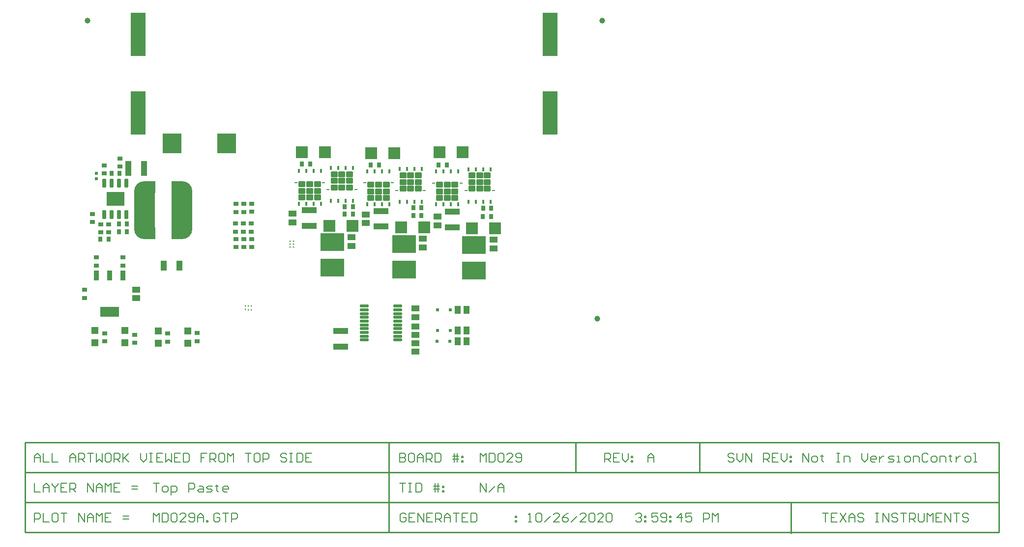
<source format=gtp>
G04*
G04 #@! TF.GenerationSoftware,Altium Limited,Altium Designer,18.1.9 (240)*
G04*
G04 Layer_Color=9021481*
%FSAX44Y44*%
%MOMM*%
G71*
G01*
G75*
%ADD15C,0.2032*%
%ADD16C,0.2540*%
G04:AMPARAMS|DCode=24|XSize=0.25mm|YSize=0.555mm|CornerRadius=0.05mm|HoleSize=0mm|Usage=FLASHONLY|Rotation=90.000|XOffset=0mm|YOffset=0mm|HoleType=Round|Shape=RoundedRectangle|*
%AMROUNDEDRECTD24*
21,1,0.2500,0.4550,0,0,90.0*
21,1,0.1500,0.5550,0,0,90.0*
1,1,0.1000,0.2275,0.0750*
1,1,0.1000,0.2275,-0.0750*
1,1,0.1000,-0.2275,-0.0750*
1,1,0.1000,-0.2275,0.0750*
%
%ADD24ROUNDEDRECTD24*%
G04:AMPARAMS|DCode=25|XSize=0.95mm|YSize=1.13mm|CornerRadius=0.0522mm|HoleSize=0mm|Usage=FLASHONLY|Rotation=90.000|XOffset=0mm|YOffset=0mm|HoleType=Round|Shape=RoundedRectangle|*
%AMROUNDEDRECTD25*
21,1,0.9500,1.0255,0,0,90.0*
21,1,0.8455,1.1300,0,0,90.0*
1,1,0.1045,0.5128,0.4228*
1,1,0.1045,0.5128,-0.4228*
1,1,0.1045,-0.5128,-0.4228*
1,1,0.1045,-0.5128,0.4228*
%
%ADD25ROUNDEDRECTD25*%
G04:AMPARAMS|DCode=26|XSize=2.4mm|YSize=3.1mm|CornerRadius=0.048mm|HoleSize=0mm|Usage=FLASHONLY|Rotation=270.000|XOffset=0mm|YOffset=0mm|HoleType=Round|Shape=RoundedRectangle|*
%AMROUNDEDRECTD26*
21,1,2.4000,3.0040,0,0,270.0*
21,1,2.3040,3.1000,0,0,270.0*
1,1,0.0960,-1.5020,-1.1520*
1,1,0.0960,-1.5020,1.1520*
1,1,0.0960,1.5020,1.1520*
1,1,0.0960,1.5020,-1.1520*
%
%ADD26ROUNDEDRECTD26*%
%ADD27R,0.5000X0.5000*%
%ADD28R,2.0000X2.0000*%
%ADD29R,2.5000X7.5000*%
%ADD30R,2.0000X2.0000*%
%ADD31O,3.6000X10.0000*%
G04:AMPARAMS|DCode=32|XSize=1.5mm|YSize=0.45mm|CornerRadius=0.0495mm|HoleSize=0mm|Usage=FLASHONLY|Rotation=0.000|XOffset=0mm|YOffset=0mm|HoleType=Round|Shape=RoundedRectangle|*
%AMROUNDEDRECTD32*
21,1,1.5000,0.3510,0,0,0.0*
21,1,1.4010,0.4500,0,0,0.0*
1,1,0.0990,0.7005,-0.1755*
1,1,0.0990,-0.7005,-0.1755*
1,1,0.0990,-0.7005,0.1755*
1,1,0.0990,0.7005,0.1755*
%
%ADD32ROUNDEDRECTD32*%
%ADD33R,1.2000X1.2000*%
G04:AMPARAMS|DCode=34|XSize=3.25mm|YSize=3.43mm|CornerRadius=0.0488mm|HoleSize=0mm|Usage=FLASHONLY|Rotation=0.000|XOffset=0mm|YOffset=0mm|HoleType=Round|Shape=RoundedRectangle|*
%AMROUNDEDRECTD34*
21,1,3.2500,3.3325,0,0,0.0*
21,1,3.1525,3.4300,0,0,0.0*
1,1,0.0975,1.5763,-1.6663*
1,1,0.0975,-1.5763,-1.6663*
1,1,0.0975,-1.5763,1.6663*
1,1,0.0975,1.5763,1.6663*
%
%ADD34ROUNDEDRECTD34*%
G04:AMPARAMS|DCode=35|XSize=0.2mm|YSize=0.35mm|CornerRadius=0.0505mm|HoleSize=0mm|Usage=FLASHONLY|Rotation=90.000|XOffset=0mm|YOffset=0mm|HoleType=Round|Shape=RoundedRectangle|*
%AMROUNDEDRECTD35*
21,1,0.2000,0.2490,0,0,90.0*
21,1,0.0990,0.3500,0,0,90.0*
1,1,0.1010,0.1245,0.0495*
1,1,0.1010,0.1245,-0.0495*
1,1,0.1010,-0.1245,-0.0495*
1,1,0.1010,-0.1245,0.0495*
%
%ADD35ROUNDEDRECTD35*%
G04:AMPARAMS|DCode=36|XSize=0.2mm|YSize=0.3mm|CornerRadius=0.0505mm|HoleSize=0mm|Usage=FLASHONLY|Rotation=90.000|XOffset=0mm|YOffset=0mm|HoleType=Round|Shape=RoundedRectangle|*
%AMROUNDEDRECTD36*
21,1,0.2000,0.1990,0,0,90.0*
21,1,0.0990,0.3000,0,0,90.0*
1,1,0.1010,0.0995,0.0495*
1,1,0.1010,0.0995,-0.0495*
1,1,0.1010,-0.0995,-0.0495*
1,1,0.1010,-0.0995,0.0495*
%
%ADD36ROUNDEDRECTD36*%
G04:AMPARAMS|DCode=37|XSize=0.76mm|YSize=0.41mm|CornerRadius=0.0495mm|HoleSize=0mm|Usage=FLASHONLY|Rotation=90.000|XOffset=0mm|YOffset=0mm|HoleType=Round|Shape=RoundedRectangle|*
%AMROUNDEDRECTD37*
21,1,0.7600,0.3111,0,0,90.0*
21,1,0.6611,0.4100,0,0,90.0*
1,1,0.0989,0.1556,0.3306*
1,1,0.0989,0.1556,-0.3306*
1,1,0.0989,-0.1556,-0.3306*
1,1,0.0989,-0.1556,0.3306*
%
%ADD37ROUNDEDRECTD37*%
G04:AMPARAMS|DCode=38|XSize=0.6mm|YSize=1.45mm|CornerRadius=0.051mm|HoleSize=0mm|Usage=FLASHONLY|Rotation=0.000|XOffset=0mm|YOffset=0mm|HoleType=Round|Shape=RoundedRectangle|*
%AMROUNDEDRECTD38*
21,1,0.6000,1.3480,0,0,0.0*
21,1,0.4980,1.4500,0,0,0.0*
1,1,0.1020,0.2490,-0.6740*
1,1,0.1020,-0.2490,-0.6740*
1,1,0.1020,-0.2490,0.6740*
1,1,0.1020,0.2490,0.6740*
%
%ADD38ROUNDEDRECTD38*%
G04:AMPARAMS|DCode=39|XSize=3.2mm|YSize=1.75mm|CornerRadius=0.0525mm|HoleSize=0mm|Usage=FLASHONLY|Rotation=0.000|XOffset=0mm|YOffset=0mm|HoleType=Round|Shape=RoundedRectangle|*
%AMROUNDEDRECTD39*
21,1,3.2000,1.6450,0,0,0.0*
21,1,3.0950,1.7500,0,0,0.0*
1,1,0.1050,1.5475,-0.8225*
1,1,0.1050,-1.5475,-0.8225*
1,1,0.1050,-1.5475,0.8225*
1,1,0.1050,1.5475,0.8225*
%
%ADD39ROUNDEDRECTD39*%
G04:AMPARAMS|DCode=40|XSize=0.9mm|YSize=1.75mm|CornerRadius=0.0495mm|HoleSize=0mm|Usage=FLASHONLY|Rotation=0.000|XOffset=0mm|YOffset=0mm|HoleType=Round|Shape=RoundedRectangle|*
%AMROUNDEDRECTD40*
21,1,0.9000,1.6510,0,0,0.0*
21,1,0.8010,1.7500,0,0,0.0*
1,1,0.0990,0.4005,-0.8255*
1,1,0.0990,-0.4005,-0.8255*
1,1,0.0990,-0.4005,0.8255*
1,1,0.0990,0.4005,0.8255*
%
%ADD40ROUNDEDRECTD40*%
G04:AMPARAMS|DCode=41|XSize=3.1mm|YSize=4mm|CornerRadius=0.0465mm|HoleSize=0mm|Usage=FLASHONLY|Rotation=270.000|XOffset=0mm|YOffset=0mm|HoleType=Round|Shape=RoundedRectangle|*
%AMROUNDEDRECTD41*
21,1,3.1000,3.9070,0,0,270.0*
21,1,3.0070,4.0000,0,0,270.0*
1,1,0.0930,-1.9535,-1.5035*
1,1,0.0930,-1.9535,1.5035*
1,1,0.0930,1.9535,1.5035*
1,1,0.0930,1.9535,-1.5035*
%
%ADD41ROUNDEDRECTD41*%
%ADD42R,2.6000X1.1000*%
%ADD43R,1.1000X2.6000*%
%ADD44R,1.1000X1.7500*%
%ADD45R,0.8000X0.8500*%
%ADD46R,0.5000X0.6000*%
%ADD47R,1.4000X1.1000*%
%ADD48R,0.8500X0.8000*%
%ADD49C,1.0000*%
%ADD50R,1.1000X1.4000*%
G04:AMPARAMS|DCode=51|XSize=0.2mm|YSize=0.35mm|CornerRadius=0.0505mm|HoleSize=0mm|Usage=FLASHONLY|Rotation=180.000|XOffset=0mm|YOffset=0mm|HoleType=Round|Shape=RoundedRectangle|*
%AMROUNDEDRECTD51*
21,1,0.2000,0.2490,0,0,180.0*
21,1,0.0990,0.3500,0,0,180.0*
1,1,0.1010,-0.0495,0.1245*
1,1,0.1010,0.0495,0.1245*
1,1,0.1010,0.0495,-0.1245*
1,1,0.1010,-0.0495,-0.1245*
%
%ADD51ROUNDEDRECTD51*%
G04:AMPARAMS|DCode=52|XSize=0.2mm|YSize=0.3mm|CornerRadius=0.0505mm|HoleSize=0mm|Usage=FLASHONLY|Rotation=180.000|XOffset=0mm|YOffset=0mm|HoleType=Round|Shape=RoundedRectangle|*
%AMROUNDEDRECTD52*
21,1,0.2000,0.1990,0,0,180.0*
21,1,0.0990,0.3000,0,0,180.0*
1,1,0.1010,-0.0495,0.0995*
1,1,0.1010,0.0495,0.0995*
1,1,0.1010,0.0495,-0.0995*
1,1,0.1010,-0.0495,-0.0995*
%
%ADD52ROUNDEDRECTD52*%
G54D15*
X00322326Y00186814D02*
X00332483D01*
X00327404D01*
Y00171579D01*
X00340100D02*
X00345179D01*
X00347718Y00174118D01*
Y00179196D01*
X00345179Y00181735D01*
X00340100D01*
X00337561Y00179196D01*
Y00174118D01*
X00340100Y00171579D01*
X00352796Y00166500D02*
Y00181735D01*
X00360414D01*
X00362953Y00179196D01*
Y00174118D01*
X00360414Y00171579D01*
X00352796D01*
X00383266D02*
Y00186814D01*
X00390884D01*
X00393423Y00184275D01*
Y00179196D01*
X00390884Y00176657D01*
X00383266D01*
X00401040Y00181735D02*
X00406119D01*
X00408658Y00179196D01*
Y00171579D01*
X00401040D01*
X00398501Y00174118D01*
X00401040Y00176657D01*
X00408658D01*
X00413736Y00171579D02*
X00421354D01*
X00423893Y00174118D01*
X00421354Y00176657D01*
X00416276D01*
X00413736Y00179196D01*
X00416276Y00181735D01*
X00423893D01*
X00431511Y00184275D02*
Y00181735D01*
X00428971D01*
X00434050D01*
X00431511D01*
Y00174118D01*
X00434050Y00171579D01*
X00449285D02*
X00444207D01*
X00441667Y00174118D01*
Y00179196D01*
X00444207Y00181735D01*
X00449285D01*
X00451824Y00179196D01*
Y00176657D01*
X00441667D01*
X00885317Y00171450D02*
Y00186685D01*
X00895474Y00171450D01*
Y00186685D01*
X00900552Y00171450D02*
X00910709Y00181607D01*
X00915787Y00171450D02*
Y00181607D01*
X00920865Y00186685D01*
X00925944Y00181607D01*
Y00171450D01*
Y00179067D01*
X00915787D01*
X00746760Y00186685D02*
X00756917D01*
X00751838D01*
Y00171450D01*
X00761995Y00186685D02*
X00767073D01*
X00764534D01*
Y00171450D01*
X00761995D01*
X00767073D01*
X00774691Y00186685D02*
Y00171450D01*
X00782309D01*
X00784848Y00173989D01*
Y00184146D01*
X00782309Y00186685D01*
X00774691D01*
X00807700Y00171450D02*
Y00186685D01*
X00812779D02*
Y00171450D01*
X00805161Y00181607D02*
X00812779D01*
X00815318D01*
X00805161Y00176528D02*
X00815318D01*
X00820396Y00181607D02*
X00822935D01*
Y00179067D01*
X00820396D01*
Y00181607D01*
Y00173989D02*
X00822935D01*
Y00171450D01*
X00820396D01*
Y00173989D01*
X01474470Y00134530D02*
X01484627D01*
X01479548D01*
Y00119295D01*
X01499862Y00134530D02*
X01489705D01*
Y00119295D01*
X01499862D01*
X01489705Y00126912D02*
X01494783D01*
X01504940Y00134530D02*
X01515097Y00119295D01*
Y00134530D02*
X01504940Y00119295D01*
X01520175D02*
Y00129452D01*
X01525254Y00134530D01*
X01530332Y00129452D01*
Y00119295D01*
Y00126912D01*
X01520175D01*
X01545567Y00131991D02*
X01543028Y00134530D01*
X01537950D01*
X01535410Y00131991D01*
Y00129452D01*
X01537950Y00126912D01*
X01543028D01*
X01545567Y00124373D01*
Y00121834D01*
X01543028Y00119295D01*
X01537950D01*
X01535410Y00121834D01*
X01565880Y00134530D02*
X01570959D01*
X01568420D01*
Y00119295D01*
X01565880D01*
X01570959D01*
X01578576D02*
Y00134530D01*
X01588733Y00119295D01*
Y00134530D01*
X01603968Y00131991D02*
X01601429Y00134530D01*
X01596351D01*
X01593811Y00131991D01*
Y00129452D01*
X01596351Y00126912D01*
X01601429D01*
X01603968Y00124373D01*
Y00121834D01*
X01601429Y00119295D01*
X01596351D01*
X01593811Y00121834D01*
X01609046Y00134530D02*
X01619203D01*
X01614125D01*
Y00119295D01*
X01624281D02*
Y00134530D01*
X01631899D01*
X01634438Y00131991D01*
Y00126912D01*
X01631899Y00124373D01*
X01624281D01*
X01629360D02*
X01634438Y00119295D01*
X01639517Y00134530D02*
Y00121834D01*
X01642056Y00119295D01*
X01647134D01*
X01649673Y00121834D01*
Y00134530D01*
X01654752Y00119295D02*
Y00134530D01*
X01659830Y00129452D01*
X01664908Y00134530D01*
Y00119295D01*
X01680143Y00134530D02*
X01669987D01*
Y00119295D01*
X01680143D01*
X01669987Y00126912D02*
X01675065D01*
X01685222Y00119295D02*
Y00134530D01*
X01695379Y00119295D01*
Y00134530D01*
X01700457D02*
X01710614D01*
X01705535D01*
Y00119295D01*
X01725849Y00131991D02*
X01723309Y00134530D01*
X01718231D01*
X01715692Y00131991D01*
Y00129452D01*
X01718231Y00126912D01*
X01723309D01*
X01725849Y00124373D01*
Y00121834D01*
X01723309Y00119295D01*
X01718231D01*
X01715692Y00121834D01*
X01153287Y00131991D02*
X01155826Y00134530D01*
X01160904D01*
X01163444Y00131991D01*
Y00129452D01*
X01160904Y00126912D01*
X01158365D01*
X01160904D01*
X01163444Y00124373D01*
Y00121834D01*
X01160904Y00119295D01*
X01155826D01*
X01153287Y00121834D01*
X01168522Y00129452D02*
X01171061D01*
Y00126912D01*
X01168522D01*
Y00129452D01*
Y00121834D02*
X01171061D01*
Y00119295D01*
X01168522D01*
Y00121834D01*
X01191375Y00134530D02*
X01181218D01*
Y00126912D01*
X01186296Y00129452D01*
X01188836D01*
X01191375Y00126912D01*
Y00121834D01*
X01188836Y00119295D01*
X01183757D01*
X01181218Y00121834D01*
X01196453D02*
X01198992Y00119295D01*
X01204071D01*
X01206610Y00121834D01*
Y00131991D01*
X01204071Y00134530D01*
X01198992D01*
X01196453Y00131991D01*
Y00129452D01*
X01198992Y00126912D01*
X01206610D01*
X01211688Y00129452D02*
X01214227D01*
Y00126912D01*
X01211688D01*
Y00129452D01*
Y00121834D02*
X01214227D01*
Y00119295D01*
X01211688D01*
Y00121834D01*
X01232001Y00119295D02*
Y00134530D01*
X01224384Y00126912D01*
X01234541D01*
X01249776Y00134530D02*
X01239619D01*
Y00126912D01*
X01244697Y00129452D01*
X01247237D01*
X01249776Y00126912D01*
Y00121834D01*
X01247237Y00119295D01*
X01242158D01*
X01239619Y00121834D01*
X01270089Y00119295D02*
Y00134530D01*
X01277707D01*
X01280246Y00131991D01*
Y00126912D01*
X01277707Y00124373D01*
X01270089D01*
X01285324Y00119295D02*
Y00134530D01*
X01290403Y00129452D01*
X01295481Y00134530D01*
Y00119295D01*
X00117729D02*
Y00134530D01*
X00125346D01*
X00127886Y00131991D01*
Y00126912D01*
X00125346Y00124373D01*
X00117729D01*
X00132964Y00134530D02*
Y00119295D01*
X00143121D01*
X00155817Y00134530D02*
X00150738D01*
X00148199Y00131991D01*
Y00121834D01*
X00150738Y00119295D01*
X00155817D01*
X00158356Y00121834D01*
Y00131991D01*
X00155817Y00134530D01*
X00163434D02*
X00173591D01*
X00168513D01*
Y00119295D01*
X00193904D02*
Y00134530D01*
X00204061Y00119295D01*
Y00134530D01*
X00209139Y00119295D02*
Y00129452D01*
X00214218Y00134530D01*
X00219296Y00129452D01*
Y00119295D01*
Y00126912D01*
X00209139D01*
X00224375Y00119295D02*
Y00134530D01*
X00229453Y00129452D01*
X00234531Y00134530D01*
Y00119295D01*
X00249766Y00134530D02*
X00239610D01*
Y00119295D01*
X00249766D01*
X00239610Y00126912D02*
X00244688D01*
X00270080Y00124373D02*
X00280236D01*
X00270080Y00129452D02*
X00280236D01*
X00117729Y00186814D02*
Y00171579D01*
X00127886D01*
X00132964D02*
Y00181735D01*
X00138042Y00186814D01*
X00143121Y00181735D01*
Y00171579D01*
Y00179196D01*
X00132964D01*
X00148199Y00186814D02*
Y00184275D01*
X00153278Y00179196D01*
X00158356Y00184275D01*
Y00186814D01*
X00153278Y00179196D02*
Y00171579D01*
X00173591Y00186814D02*
X00163434D01*
Y00171579D01*
X00173591D01*
X00163434Y00179196D02*
X00168513D01*
X00178669Y00171579D02*
Y00186814D01*
X00186287D01*
X00188826Y00184275D01*
Y00179196D01*
X00186287Y00176657D01*
X00178669D01*
X00183748D02*
X00188826Y00171579D01*
X00209139D02*
Y00186814D01*
X00219296Y00171579D01*
Y00186814D01*
X00224375Y00171579D02*
Y00181735D01*
X00229453Y00186814D01*
X00234531Y00181735D01*
Y00171579D01*
Y00179196D01*
X00224375D01*
X00239610Y00171579D02*
Y00186814D01*
X00244688Y00181735D01*
X00249766Y00186814D01*
Y00171579D01*
X00265001Y00186814D02*
X00254845D01*
Y00171579D01*
X00265001D01*
X00254845Y00179196D02*
X00259923D01*
X00285315Y00176657D02*
X00295471D01*
X00285315Y00181735D02*
X00295471D01*
X00746760Y00238332D02*
Y00223097D01*
X00754378D01*
X00756917Y00225636D01*
Y00228175D01*
X00754378Y00230714D01*
X00746760D01*
X00754378D01*
X00756917Y00233253D01*
Y00235793D01*
X00754378Y00238332D01*
X00746760D01*
X00769613D02*
X00764534D01*
X00761995Y00235793D01*
Y00225636D01*
X00764534Y00223097D01*
X00769613D01*
X00772152Y00225636D01*
Y00235793D01*
X00769613Y00238332D01*
X00777230Y00223097D02*
Y00233253D01*
X00782309Y00238332D01*
X00787387Y00233253D01*
Y00223097D01*
Y00230714D01*
X00777230D01*
X00792465Y00223097D02*
Y00238332D01*
X00800083D01*
X00802622Y00235793D01*
Y00230714D01*
X00800083Y00228175D01*
X00792465D01*
X00797544D02*
X00802622Y00223097D01*
X00807700Y00238332D02*
Y00223097D01*
X00815318D01*
X00817857Y00225636D01*
Y00235793D01*
X00815318Y00238332D01*
X00807700D01*
X00840710Y00223097D02*
Y00238332D01*
X00845788D02*
Y00223097D01*
X00838170Y00233253D02*
X00845788D01*
X00848327D01*
X00838170Y00228175D02*
X00848327D01*
X00853406Y00233253D02*
X00855945D01*
Y00230714D01*
X00853406D01*
Y00233253D01*
Y00225636D02*
X00855945D01*
Y00223097D01*
X00853406D01*
Y00225636D01*
X00885317Y00223097D02*
Y00238332D01*
X00890395Y00233253D01*
X00895474Y00238332D01*
Y00223097D01*
X00900552Y00238332D02*
Y00223097D01*
X00908170D01*
X00910709Y00225636D01*
Y00235793D01*
X00908170Y00238332D01*
X00900552D01*
X00915787Y00235793D02*
X00918326Y00238332D01*
X00923405D01*
X00925944Y00235793D01*
Y00225636D01*
X00923405Y00223097D01*
X00918326D01*
X00915787Y00225636D01*
Y00235793D01*
X00941179Y00223097D02*
X00931022D01*
X00941179Y00233253D01*
Y00235793D01*
X00938640Y00238332D01*
X00933561D01*
X00931022Y00235793D01*
X00946257Y00225636D02*
X00948796Y00223097D01*
X00953875D01*
X00956414Y00225636D01*
Y00235793D01*
X00953875Y00238332D01*
X00948796D01*
X00946257Y00235793D01*
Y00233253D01*
X00948796Y00230714D01*
X00956414D01*
X01173861Y00223097D02*
Y00233253D01*
X01178939Y00238332D01*
X01184018Y00233253D01*
Y00223097D01*
Y00230714D01*
X01173861D01*
X00117729Y00223097D02*
Y00233253D01*
X00122807Y00238332D01*
X00127886Y00233253D01*
Y00223097D01*
Y00230714D01*
X00117729D01*
X00132964Y00238332D02*
Y00223097D01*
X00143121D01*
X00148199Y00238332D02*
Y00223097D01*
X00158356D01*
X00178669D02*
Y00233253D01*
X00183748Y00238332D01*
X00188826Y00233253D01*
Y00223097D01*
Y00230714D01*
X00178669D01*
X00193904Y00223097D02*
Y00238332D01*
X00201522D01*
X00204061Y00235793D01*
Y00230714D01*
X00201522Y00228175D01*
X00193904D01*
X00198983D02*
X00204061Y00223097D01*
X00209139Y00238332D02*
X00219296D01*
X00214218D01*
Y00223097D01*
X00224375Y00238332D02*
Y00223097D01*
X00229453Y00228175D01*
X00234531Y00223097D01*
Y00238332D01*
X00247227D02*
X00242149D01*
X00239610Y00235793D01*
Y00225636D01*
X00242149Y00223097D01*
X00247227D01*
X00249766Y00225636D01*
Y00235793D01*
X00247227Y00238332D01*
X00254845Y00223097D02*
Y00238332D01*
X00262462D01*
X00265001Y00235793D01*
Y00230714D01*
X00262462Y00228175D01*
X00254845D01*
X00259923D02*
X00265001Y00223097D01*
X00270080Y00238332D02*
Y00223097D01*
Y00228175D01*
X00280236Y00238332D01*
X00272619Y00230714D01*
X00280236Y00223097D01*
X00300550Y00238332D02*
Y00228175D01*
X00305628Y00223097D01*
X00310707Y00228175D01*
Y00238332D01*
X00315785D02*
X00320863D01*
X00318324D01*
Y00223097D01*
X00315785D01*
X00320863D01*
X00338638Y00238332D02*
X00328481D01*
Y00223097D01*
X00338638D01*
X00328481Y00230714D02*
X00333559D01*
X00343716Y00238332D02*
Y00223097D01*
X00348794Y00228175D01*
X00353873Y00223097D01*
Y00238332D01*
X00369108D02*
X00358951D01*
Y00223097D01*
X00369108D01*
X00358951Y00230714D02*
X00364029D01*
X00374186Y00238332D02*
Y00223097D01*
X00381804D01*
X00384343Y00225636D01*
Y00235793D01*
X00381804Y00238332D01*
X00374186D01*
X00414813D02*
X00404656D01*
Y00230714D01*
X00409734D01*
X00404656D01*
Y00223097D01*
X00419891D02*
Y00238332D01*
X00427509D01*
X00430048Y00235793D01*
Y00230714D01*
X00427509Y00228175D01*
X00419891D01*
X00424970D02*
X00430048Y00223097D01*
X00442744Y00238332D02*
X00437665D01*
X00435126Y00235793D01*
Y00225636D01*
X00437665Y00223097D01*
X00442744D01*
X00445283Y00225636D01*
Y00235793D01*
X00442744Y00238332D01*
X00450361Y00223097D02*
Y00238332D01*
X00455440Y00233253D01*
X00460518Y00238332D01*
Y00223097D01*
X00480832Y00238332D02*
X00490988D01*
X00485910D01*
Y00223097D01*
X00503684Y00238332D02*
X00498606D01*
X00496067Y00235793D01*
Y00225636D01*
X00498606Y00223097D01*
X00503684D01*
X00506223Y00225636D01*
Y00235793D01*
X00503684Y00238332D01*
X00511302Y00223097D02*
Y00238332D01*
X00518919D01*
X00521458Y00235793D01*
Y00230714D01*
X00518919Y00228175D01*
X00511302D01*
X00551929Y00235793D02*
X00549389Y00238332D01*
X00544311D01*
X00541772Y00235793D01*
Y00233253D01*
X00544311Y00230714D01*
X00549389D01*
X00551929Y00228175D01*
Y00225636D01*
X00549389Y00223097D01*
X00544311D01*
X00541772Y00225636D01*
X00557007Y00238332D02*
X00562085D01*
X00559546D01*
Y00223097D01*
X00557007D01*
X00562085D01*
X00569703Y00238332D02*
Y00223097D01*
X00577320D01*
X00579860Y00225636D01*
Y00235793D01*
X00577320Y00238332D01*
X00569703D01*
X00595095D02*
X00584938D01*
Y00223097D01*
X00595095D01*
X00584938Y00230714D02*
X00590016D01*
X00757425Y00131991D02*
X00754885Y00134530D01*
X00749807D01*
X00747268Y00131991D01*
Y00121834D01*
X00749807Y00119295D01*
X00754885D01*
X00757425Y00121834D01*
Y00126912D01*
X00752346D01*
X00772660Y00134530D02*
X00762503D01*
Y00119295D01*
X00772660D01*
X00762503Y00126912D02*
X00767581D01*
X00777738Y00119295D02*
Y00134530D01*
X00787895Y00119295D01*
Y00134530D01*
X00803130D02*
X00792973D01*
Y00119295D01*
X00803130D01*
X00792973Y00126912D02*
X00798052D01*
X00808208Y00119295D02*
Y00134530D01*
X00815826D01*
X00818365Y00131991D01*
Y00126912D01*
X00815826Y00124373D01*
X00808208D01*
X00813287D02*
X00818365Y00119295D01*
X00823443D02*
Y00129452D01*
X00828522Y00134530D01*
X00833600Y00129452D01*
Y00119295D01*
Y00126912D01*
X00823443D01*
X00838678Y00134530D02*
X00848835D01*
X00843757D01*
Y00119295D01*
X00864070Y00134530D02*
X00853913D01*
Y00119295D01*
X00864070D01*
X00853913Y00126912D02*
X00858992D01*
X00869149Y00134530D02*
Y00119295D01*
X00876766D01*
X00879305Y00121834D01*
Y00131991D01*
X00876766Y00134530D01*
X00869149D01*
X00945324Y00129452D02*
X00947863D01*
Y00126912D01*
X00945324D01*
Y00129452D01*
Y00121834D02*
X00947863D01*
Y00119295D01*
X00945324D01*
Y00121834D01*
X00968121Y00119295D02*
X00973199D01*
X00970660D01*
Y00134530D01*
X00968121Y00131991D01*
X00980817D02*
X00983356Y00134530D01*
X00988434D01*
X00990974Y00131991D01*
Y00121834D01*
X00988434Y00119295D01*
X00983356D01*
X00980817Y00121834D01*
Y00131991D01*
X00996052Y00119295D02*
X01006209Y00129452D01*
X01021444Y00119295D02*
X01011287D01*
X01021444Y00129452D01*
Y00131991D01*
X01018905Y00134530D01*
X01013826D01*
X01011287Y00131991D01*
X01036679Y00134530D02*
X01031600Y00131991D01*
X01026522Y00126912D01*
Y00121834D01*
X01029061Y00119295D01*
X01034140D01*
X01036679Y00121834D01*
Y00124373D01*
X01034140Y00126912D01*
X01026522D01*
X01041757Y00119295D02*
X01051914Y00129452D01*
X01067149Y00119295D02*
X01056992D01*
X01067149Y00129452D01*
Y00131991D01*
X01064610Y00134530D01*
X01059531D01*
X01056992Y00131991D01*
X01072227D02*
X01074766Y00134530D01*
X01079845D01*
X01082384Y00131991D01*
Y00121834D01*
X01079845Y00119295D01*
X01074766D01*
X01072227Y00121834D01*
Y00131991D01*
X01097619Y00119295D02*
X01087462D01*
X01097619Y00129452D01*
Y00131991D01*
X01095080Y00134530D01*
X01090002D01*
X01087462Y00131991D01*
X01102698D02*
X01105237Y00134530D01*
X01110315D01*
X01112854Y00131991D01*
Y00121834D01*
X01110315Y00119295D01*
X01105237D01*
X01102698Y00121834D01*
Y00131991D01*
X00322326Y00119295D02*
Y00134530D01*
X00327404Y00129452D01*
X00332483Y00134530D01*
Y00119295D01*
X00337561Y00134530D02*
Y00119295D01*
X00345179D01*
X00347718Y00121834D01*
Y00131991D01*
X00345179Y00134530D01*
X00337561D01*
X00352796Y00131991D02*
X00355335Y00134530D01*
X00360414D01*
X00362953Y00131991D01*
Y00121834D01*
X00360414Y00119295D01*
X00355335D01*
X00352796Y00121834D01*
Y00131991D01*
X00378188Y00119295D02*
X00368031D01*
X00378188Y00129452D01*
Y00131991D01*
X00375649Y00134530D01*
X00370570D01*
X00368031Y00131991D01*
X00383266Y00121834D02*
X00385806Y00119295D01*
X00390884D01*
X00393423Y00121834D01*
Y00131991D01*
X00390884Y00134530D01*
X00385806D01*
X00383266Y00131991D01*
Y00129452D01*
X00385806Y00126912D01*
X00393423D01*
X00398501Y00119295D02*
Y00129452D01*
X00403580Y00134530D01*
X00408658Y00129452D01*
Y00119295D01*
Y00126912D01*
X00398501D01*
X00413736Y00119295D02*
Y00121834D01*
X00416276D01*
Y00119295D01*
X00413736D01*
X00436589Y00131991D02*
X00434050Y00134530D01*
X00428971D01*
X00426432Y00131991D01*
Y00121834D01*
X00428971Y00119295D01*
X00434050D01*
X00436589Y00121834D01*
Y00126912D01*
X00431511D01*
X00441667Y00134530D02*
X00451824D01*
X00446746D01*
Y00119295D01*
X00456903D02*
Y00134530D01*
X00464520D01*
X00467059Y00131991D01*
Y00126912D01*
X00464520Y00124373D01*
X00456903D01*
X01099820Y00223097D02*
Y00238332D01*
X01107438D01*
X01109977Y00235793D01*
Y00230714D01*
X01107438Y00228175D01*
X01099820D01*
X01104898D02*
X01109977Y00223097D01*
X01125212Y00238332D02*
X01115055D01*
Y00223097D01*
X01125212D01*
X01115055Y00230714D02*
X01120133D01*
X01130290Y00238332D02*
Y00228175D01*
X01135368Y00223097D01*
X01140447Y00228175D01*
Y00238332D01*
X01145525Y00233253D02*
X01148064D01*
Y00230714D01*
X01145525D01*
Y00233253D01*
Y00225636D02*
X01148064D01*
Y00223097D01*
X01145525D01*
Y00225636D01*
X01322829Y00235793D02*
X01320289Y00238332D01*
X01315211D01*
X01312672Y00235793D01*
Y00233253D01*
X01315211Y00230714D01*
X01320289D01*
X01322829Y00228175D01*
Y00225636D01*
X01320289Y00223097D01*
X01315211D01*
X01312672Y00225636D01*
X01327907Y00238332D02*
Y00228175D01*
X01332985Y00223097D01*
X01338064Y00228175D01*
Y00238332D01*
X01343142Y00223097D02*
Y00238332D01*
X01353299Y00223097D01*
Y00238332D01*
X01373612Y00223097D02*
Y00238332D01*
X01381230D01*
X01383769Y00235793D01*
Y00230714D01*
X01381230Y00228175D01*
X01373612D01*
X01378691D02*
X01383769Y00223097D01*
X01399004Y00238332D02*
X01388847D01*
Y00223097D01*
X01399004D01*
X01388847Y00230714D02*
X01393926D01*
X01404082Y00238332D02*
Y00228175D01*
X01409161Y00223097D01*
X01414239Y00228175D01*
Y00238332D01*
X01419317Y00233253D02*
X01421857D01*
Y00230714D01*
X01419317D01*
Y00233253D01*
Y00225636D02*
X01421857D01*
Y00223097D01*
X01419317D01*
Y00225636D01*
X01441196Y00223097D02*
Y00238332D01*
X01451353Y00223097D01*
Y00238332D01*
X01458970Y00223097D02*
X01464049D01*
X01466588Y00225636D01*
Y00230714D01*
X01464049Y00233253D01*
X01458970D01*
X01456431Y00230714D01*
Y00225636D01*
X01458970Y00223097D01*
X01474205Y00235793D02*
Y00233253D01*
X01471666D01*
X01476745D01*
X01474205D01*
Y00225636D01*
X01476745Y00223097D01*
X01499597Y00238332D02*
X01504675D01*
X01502136D01*
Y00223097D01*
X01499597D01*
X01504675D01*
X01512293D02*
Y00233253D01*
X01519910D01*
X01522450Y00230714D01*
Y00223097D01*
X01542763Y00238332D02*
Y00228175D01*
X01547841Y00223097D01*
X01552920Y00228175D01*
Y00238332D01*
X01565616Y00223097D02*
X01560537D01*
X01557998Y00225636D01*
Y00230714D01*
X01560537Y00233253D01*
X01565616D01*
X01568155Y00230714D01*
Y00228175D01*
X01557998D01*
X01573233Y00233253D02*
Y00223097D01*
Y00228175D01*
X01575773Y00230714D01*
X01578312Y00233253D01*
X01580851D01*
X01588468Y00223097D02*
X01596086D01*
X01598625Y00225636D01*
X01596086Y00228175D01*
X01591008D01*
X01588468Y00230714D01*
X01591008Y00233253D01*
X01598625D01*
X01603703Y00223097D02*
X01608782D01*
X01606243D01*
Y00233253D01*
X01603703D01*
X01618938Y00223097D02*
X01624017D01*
X01626556Y00225636D01*
Y00230714D01*
X01624017Y00233253D01*
X01618938D01*
X01616399Y00230714D01*
Y00225636D01*
X01618938Y00223097D01*
X01631634D02*
Y00233253D01*
X01639252D01*
X01641791Y00230714D01*
Y00223097D01*
X01657026Y00235793D02*
X01654487Y00238332D01*
X01649409D01*
X01646870Y00235793D01*
Y00225636D01*
X01649409Y00223097D01*
X01654487D01*
X01657026Y00225636D01*
X01664644Y00223097D02*
X01669722D01*
X01672261Y00225636D01*
Y00230714D01*
X01669722Y00233253D01*
X01664644D01*
X01662104Y00230714D01*
Y00225636D01*
X01664644Y00223097D01*
X01677340D02*
Y00233253D01*
X01684957D01*
X01687496Y00230714D01*
Y00223097D01*
X01695114Y00235793D02*
Y00233253D01*
X01692575D01*
X01697653D01*
X01695114D01*
Y00225636D01*
X01697653Y00223097D01*
X01705271Y00233253D02*
Y00223097D01*
Y00228175D01*
X01707810Y00230714D01*
X01710349Y00233253D01*
X01712888D01*
X01723045Y00223097D02*
X01728123D01*
X01730662Y00225636D01*
Y00230714D01*
X01728123Y00233253D01*
X01723045D01*
X01720506Y00230714D01*
Y00225636D01*
X01723045Y00223097D01*
X01735741D02*
X01740819D01*
X01738280D01*
Y00238332D01*
X01735741D01*
G54D16*
X01420876Y00100076D02*
Y00151596D01*
X01118870Y00101727D02*
X01778508D01*
Y00256667D01*
X00727710Y00101727D02*
Y00256667D01*
X00101600Y00101727D02*
Y00256667D01*
X00101727Y00101727D02*
X00501904D01*
X00101727D02*
Y00256667D01*
X01778508D01*
X00101600Y00101727D02*
X01118870D01*
X00101600Y00153374D02*
X01778000D01*
X00101600Y00205020D02*
X01778508D01*
X01049528D02*
Y00256667D01*
X01262888Y00205020D02*
Y00256667D01*
G54D24*
X00860721Y00691286D02*
D03*
X00908171D02*
D03*
X00615533Y00704717D02*
D03*
X00568083D02*
D03*
X00733897Y00704151D02*
D03*
X00686447D02*
D03*
X00623455Y00693106D02*
D03*
X00670905D02*
D03*
X00741819Y00691361D02*
D03*
X00789269D02*
D03*
X00852273Y00703876D02*
D03*
X00804823D02*
D03*
G54D25*
X00897746Y00705736D02*
D03*
Y00694236D02*
D03*
Y00717236D02*
D03*
X00871146Y00705736D02*
D03*
Y00694236D02*
D03*
Y00717236D02*
D03*
X00884446D02*
D03*
Y00694236D02*
D03*
Y00705736D02*
D03*
X00578508Y00690267D02*
D03*
Y00701767D02*
D03*
Y00678767D02*
D03*
X00605108Y00690267D02*
D03*
Y00701767D02*
D03*
Y00678767D02*
D03*
X00591808D02*
D03*
Y00701767D02*
D03*
Y00690267D02*
D03*
X00696872Y00689701D02*
D03*
Y00701201D02*
D03*
Y00678201D02*
D03*
X00723472Y00689701D02*
D03*
Y00701201D02*
D03*
Y00678201D02*
D03*
X00710172D02*
D03*
Y00701201D02*
D03*
Y00689701D02*
D03*
X00660480Y00707556D02*
D03*
Y00696056D02*
D03*
Y00719056D02*
D03*
X00633880Y00707556D02*
D03*
Y00696056D02*
D03*
Y00719056D02*
D03*
X00647180D02*
D03*
Y00696056D02*
D03*
Y00707556D02*
D03*
X00778844Y00705811D02*
D03*
Y00694311D02*
D03*
Y00717311D02*
D03*
X00752244Y00705811D02*
D03*
Y00694311D02*
D03*
Y00717311D02*
D03*
X00765544D02*
D03*
Y00694311D02*
D03*
Y00705811D02*
D03*
X00815248Y00689426D02*
D03*
Y00700926D02*
D03*
Y00677926D02*
D03*
X00841848Y00689426D02*
D03*
Y00700926D02*
D03*
Y00677926D02*
D03*
X00828548D02*
D03*
Y00700926D02*
D03*
Y00689426D02*
D03*
G54D26*
X00257210Y00676656D02*
D03*
G54D27*
X00811381Y00430825D02*
D03*
X00833381D02*
D03*
X00811625Y00485675D02*
D03*
X00833625D02*
D03*
X00811601Y00449536D02*
D03*
X00833601D02*
D03*
G54D28*
X00870778Y00625856D02*
D03*
X00910778D02*
D03*
X00618298Y00756666D02*
D03*
X00578298D02*
D03*
X00737526Y00755396D02*
D03*
X00697526D02*
D03*
X00625748Y00629766D02*
D03*
X00665748D02*
D03*
X00749153Y00627402D02*
D03*
X00789153D02*
D03*
X00854898Y00756666D02*
D03*
X00814898D02*
D03*
G54D29*
X00296279Y00960056D02*
D03*
Y00825056D02*
D03*
X01005447Y00960056D02*
D03*
Y00825056D02*
D03*
G54D30*
X00363598Y00697136D02*
D03*
Y00617136D02*
D03*
X00315598D02*
D03*
Y00697136D02*
D03*
G54D31*
X00371598Y00657136D02*
D03*
X00307598D02*
D03*
G54D32*
X00685364Y00491784D02*
D03*
Y00485284D02*
D03*
Y00478784D02*
D03*
Y00472284D02*
D03*
Y00465784D02*
D03*
Y00459284D02*
D03*
Y00452784D02*
D03*
Y00446284D02*
D03*
Y00439784D02*
D03*
Y00433284D02*
D03*
X00743364D02*
D03*
Y00439784D02*
D03*
Y00446284D02*
D03*
Y00452784D02*
D03*
Y00459284D02*
D03*
Y00465784D02*
D03*
Y00472284D02*
D03*
Y00478784D02*
D03*
Y00485284D02*
D03*
Y00491784D02*
D03*
G54D33*
X00381508Y00448736D02*
D03*
Y00427736D02*
D03*
X00221680Y00428726D02*
D03*
Y00449726D02*
D03*
X00273720Y00449666D02*
D03*
Y00428666D02*
D03*
X00330708Y00449076D02*
D03*
Y00428076D02*
D03*
G54D34*
X00355078Y00771906D02*
D03*
X00448578D02*
D03*
G54D35*
X00558248Y00603438D02*
D03*
G54D36*
X00557998Y00598438D02*
D03*
Y00593438D02*
D03*
X00563998D02*
D03*
Y00598438D02*
D03*
Y00603438D02*
D03*
G54D37*
X00865396Y00671386D02*
D03*
X00878096D02*
D03*
X00890796D02*
D03*
X00903496D02*
D03*
Y00727786D02*
D03*
X00890796D02*
D03*
X00878096D02*
D03*
X00865396D02*
D03*
X00610858Y00724617D02*
D03*
X00598158D02*
D03*
X00585458D02*
D03*
X00572758D02*
D03*
Y00668217D02*
D03*
X00585458D02*
D03*
X00598158D02*
D03*
X00610858D02*
D03*
X00729222Y00724051D02*
D03*
X00716522D02*
D03*
X00703822D02*
D03*
X00691122D02*
D03*
Y00667651D02*
D03*
X00703822D02*
D03*
X00716522D02*
D03*
X00729222D02*
D03*
X00628130Y00673206D02*
D03*
X00640830D02*
D03*
X00653530D02*
D03*
X00666230D02*
D03*
Y00729606D02*
D03*
X00653530D02*
D03*
X00640830D02*
D03*
X00628130D02*
D03*
X00746494Y00671461D02*
D03*
X00759194D02*
D03*
X00771894D02*
D03*
X00784594D02*
D03*
Y00727861D02*
D03*
X00771894D02*
D03*
X00759194D02*
D03*
X00746494D02*
D03*
X00847598Y00723776D02*
D03*
X00834898D02*
D03*
X00822198D02*
D03*
X00809498D02*
D03*
Y00667376D02*
D03*
X00822198D02*
D03*
X00834898D02*
D03*
X00847598D02*
D03*
G54D38*
X00276260Y00703906D02*
D03*
X00263560D02*
D03*
X00250860D02*
D03*
X00238160D02*
D03*
X00276260Y00649406D02*
D03*
X00263560D02*
D03*
X00250860D02*
D03*
X00238160D02*
D03*
G54D39*
X00246888Y00481656D02*
D03*
G54D40*
X00223888Y00544156D02*
D03*
X00246888D02*
D03*
X00269888D02*
D03*
G54D41*
X00874268Y00597266D02*
D03*
Y00553266D02*
D03*
X00630428Y00601713D02*
D03*
Y00557713D02*
D03*
X00754064Y00598376D02*
D03*
Y00554376D02*
D03*
G54D42*
X00645201Y00421907D02*
D03*
Y00448907D02*
D03*
X00837438Y00654596D02*
D03*
Y00627596D02*
D03*
X00590958Y00657136D02*
D03*
Y00630136D02*
D03*
X00714572Y00655866D02*
D03*
Y00628866D02*
D03*
G54D43*
X00306270Y00728726D02*
D03*
X00279270D02*
D03*
G54D44*
X00340068Y00561086D02*
D03*
X00367068D02*
D03*
G54D45*
X00651888Y00650018D02*
D03*
X00665888D02*
D03*
X00276910Y00633476D02*
D03*
X00262910D02*
D03*
X00245160Y00606806D02*
D03*
X00231160D02*
D03*
X00264210Y00720456D02*
D03*
X00250210D02*
D03*
X00262910Y00619506D02*
D03*
X00276910D02*
D03*
X00592458Y00736346D02*
D03*
X00578458D02*
D03*
X00710822Y00735076D02*
D03*
X00696822D02*
D03*
X00651888Y00663482D02*
D03*
X00665888D02*
D03*
X00770002Y00661416D02*
D03*
X00784002D02*
D03*
X00827928Y00735076D02*
D03*
X00813928D02*
D03*
X00890345Y00660498D02*
D03*
X00904345D02*
D03*
X00890128Y00646336D02*
D03*
X00904128D02*
D03*
X00770002Y00647954D02*
D03*
X00784002D02*
D03*
G54D46*
X00224190Y00721026D02*
D03*
Y00711026D02*
D03*
G54D47*
X00773430Y00472814D02*
D03*
Y00487814D02*
D03*
X00773684Y00441679D02*
D03*
Y00456679D02*
D03*
X00773752Y00412957D02*
D03*
Y00427957D02*
D03*
X00292608Y00505406D02*
D03*
Y00520406D02*
D03*
X00561722Y00635902D02*
D03*
Y00650902D02*
D03*
X00688572Y00634866D02*
D03*
Y00649866D02*
D03*
X00663866Y00595355D02*
D03*
Y00610355D02*
D03*
X00786241Y00593076D02*
D03*
Y00608076D02*
D03*
X00812178Y00630902D02*
D03*
Y00645902D02*
D03*
X00908558Y00590938D02*
D03*
Y00605938D02*
D03*
G54D48*
X00245210Y00632856D02*
D03*
Y00618856D02*
D03*
X00203708Y00505906D02*
D03*
Y00519906D02*
D03*
X00491944Y00668416D02*
D03*
Y00654416D02*
D03*
X00463834Y00633986D02*
D03*
Y00619986D02*
D03*
X00464810Y00607576D02*
D03*
Y00593576D02*
D03*
X00238320Y00430956D02*
D03*
Y00444956D02*
D03*
X00290068Y00428356D02*
D03*
Y00442356D02*
D03*
X00347218Y00430306D02*
D03*
Y00444306D02*
D03*
X00398018Y00431236D02*
D03*
Y00445236D02*
D03*
X00264830Y00732456D02*
D03*
Y00746456D02*
D03*
X00231810Y00618856D02*
D03*
Y00632856D02*
D03*
X00238160Y00720456D02*
D03*
Y00734456D02*
D03*
X00217840Y00636636D02*
D03*
Y00650636D02*
D03*
X00269888Y00561786D02*
D03*
Y00575786D02*
D03*
X00223888Y00575786D02*
D03*
Y00561786D02*
D03*
X00478482Y00654105D02*
D03*
Y00668105D02*
D03*
X00477804Y00620126D02*
D03*
Y00634126D02*
D03*
X00478298Y00593456D02*
D03*
Y00607456D02*
D03*
X00464512Y00668105D02*
D03*
Y00654105D02*
D03*
X00491365Y00634126D02*
D03*
Y00620126D02*
D03*
X00491774Y00607576D02*
D03*
Y00593576D02*
D03*
G54D49*
X01087385Y00469646D02*
D03*
X01095248Y00983869D02*
D03*
X00208788D02*
D03*
G54D50*
X00846735Y00485675D02*
D03*
X00861735D02*
D03*
X00846631Y00449536D02*
D03*
X00861631D02*
D03*
X00846631Y00430825D02*
D03*
X00861631D02*
D03*
G54D51*
X00480648Y00485884D02*
D03*
G54D52*
X00485648Y00485634D02*
D03*
X00490648D02*
D03*
Y00491634D02*
D03*
X00485648D02*
D03*
X00480648D02*
D03*
M02*

</source>
